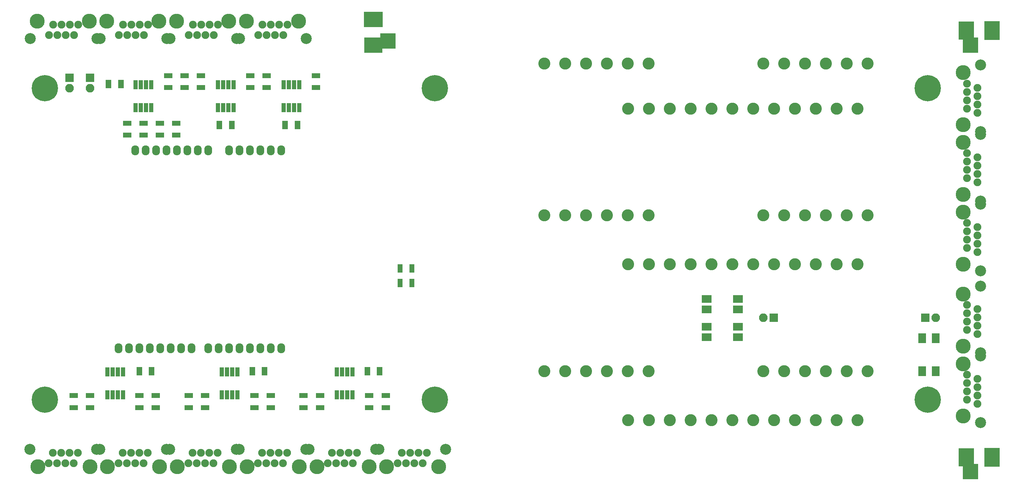
<source format=gbr>
G04 #@! TF.FileFunction,Soldermask,Top*
%FSLAX46Y46*%
G04 Gerber Fmt 4.6, Leading zero omitted, Abs format (unit mm)*
G04 Created by KiCad (PCBNEW 4.0.5-e0-6337~49~ubuntu16.04.1) date Mon Feb 20 15:27:01 2017*
%MOMM*%
%LPD*%
G01*
G04 APERTURE LIST*
%ADD10C,0.100000*%
%ADD11R,2.100000X1.300000*%
%ADD12C,2.686000*%
%ADD13C,1.901140*%
%ADD14C,3.651200*%
%ADD15O,1.924000X2.432000*%
%ADD16C,2.940000*%
%ADD17R,1.400000X2.000000*%
%ADD18R,1.924000X2.432000*%
%ADD19R,1.040000X2.310000*%
%ADD20R,1.300000X2.100000*%
%ADD21R,2.432000X1.924000*%
%ADD22R,2.100000X2.100000*%
%ADD23O,2.100000X2.100000*%
%ADD24R,3.800000X3.800000*%
%ADD25R,4.600000X3.800000*%
%ADD26R,4.400000X3.800000*%
%ADD27R,3.800000X4.600000*%
%ADD28R,3.800000X4.400000*%
%ADD29C,6.400000*%
G04 APERTURE END LIST*
D10*
D11*
X83000000Y-48900000D03*
X83000000Y-46000000D03*
D12*
X256908800Y-76583000D03*
D13*
X253556000Y-64899000D03*
X253556000Y-66931000D03*
X253556000Y-68963000D03*
X253556000Y-70995000D03*
X256096000Y-67947000D03*
X256096000Y-69979000D03*
X256096000Y-65915000D03*
X256096000Y-72011000D03*
D14*
X252667000Y-62232000D03*
X252667000Y-74932000D03*
D12*
X256908800Y-60327000D03*
X256908800Y-113583000D03*
D13*
X253556000Y-101899000D03*
X253556000Y-103931000D03*
X253556000Y-105963000D03*
X253556000Y-107995000D03*
X256096000Y-104947000D03*
X256096000Y-106979000D03*
X256096000Y-102915000D03*
X256096000Y-109011000D03*
D14*
X252667000Y-99232000D03*
X252667000Y-111932000D03*
D12*
X256908800Y-97327000D03*
X76417000Y-36908800D03*
D13*
X88101000Y-33556000D03*
X86069000Y-33556000D03*
X84037000Y-33556000D03*
X82005000Y-33556000D03*
X85053000Y-36096000D03*
X83021000Y-36096000D03*
X87085000Y-36096000D03*
X80989000Y-36096000D03*
D14*
X90768000Y-32667000D03*
X78068000Y-32667000D03*
D12*
X92673000Y-36908800D03*
X92583000Y-137091200D03*
D13*
X80899000Y-140444000D03*
X82931000Y-140444000D03*
X84963000Y-140444000D03*
X86995000Y-140444000D03*
X83947000Y-137904000D03*
X85979000Y-137904000D03*
X81915000Y-137904000D03*
X88011000Y-137904000D03*
D14*
X78232000Y-141333000D03*
X90932000Y-141333000D03*
D12*
X76327000Y-137091200D03*
X41583000Y-137091200D03*
D13*
X29899000Y-140444000D03*
X31931000Y-140444000D03*
X33963000Y-140444000D03*
X35995000Y-140444000D03*
X32947000Y-137904000D03*
X34979000Y-137904000D03*
X30915000Y-137904000D03*
X37011000Y-137904000D03*
D14*
X27232000Y-141333000D03*
X39932000Y-141333000D03*
D12*
X25327000Y-137091200D03*
X58583000Y-137091200D03*
D13*
X46899000Y-140444000D03*
X48931000Y-140444000D03*
X50963000Y-140444000D03*
X52995000Y-140444000D03*
X49947000Y-137904000D03*
X51979000Y-137904000D03*
X47915000Y-137904000D03*
X54011000Y-137904000D03*
D14*
X44232000Y-141333000D03*
X56932000Y-141333000D03*
D12*
X42327000Y-137091200D03*
D15*
X50940000Y-64200000D03*
X53480000Y-64200000D03*
X56020000Y-64200000D03*
X58560000Y-64200000D03*
X61100000Y-64200000D03*
X63640000Y-64200000D03*
X66180000Y-64200000D03*
X68720000Y-64200000D03*
X73800000Y-64200000D03*
X76340000Y-64200000D03*
X78880000Y-64200000D03*
X81420000Y-64200000D03*
X83960000Y-64200000D03*
X86500000Y-64200000D03*
X86500000Y-112460000D03*
X83960000Y-112460000D03*
X81420000Y-112460000D03*
X78880000Y-112460000D03*
X76340000Y-112460000D03*
X73800000Y-112460000D03*
X71260000Y-112460000D03*
X68720000Y-112460000D03*
X64656000Y-112460000D03*
X62116000Y-112460000D03*
X59576000Y-112460000D03*
X57036000Y-112460000D03*
X54496000Y-112460000D03*
X51956000Y-112460000D03*
X49416000Y-112460000D03*
X46876000Y-112460000D03*
D16*
X229370000Y-118000000D03*
X224290000Y-118000000D03*
X219210000Y-118000000D03*
X214130000Y-118000000D03*
X209050000Y-118000000D03*
X203970000Y-118000000D03*
X176030000Y-118000000D03*
X170950000Y-118000000D03*
X165870000Y-118000000D03*
X160790000Y-118000000D03*
X155710000Y-118000000D03*
X150630000Y-118000000D03*
D17*
X52000000Y-118000000D03*
X55000000Y-118000000D03*
X79500000Y-118000000D03*
X82500000Y-118000000D03*
X107500000Y-118000000D03*
X110500000Y-118000000D03*
X74500000Y-58000000D03*
X71500000Y-58000000D03*
X90500000Y-58000000D03*
X87500000Y-58000000D03*
X44500000Y-48000000D03*
X47500000Y-48000000D03*
D18*
X242698000Y-110000000D03*
X246000000Y-110000000D03*
D16*
X226940000Y-54000000D03*
X221860000Y-54000000D03*
X216780000Y-54000000D03*
X211700000Y-54000000D03*
X206620000Y-54000000D03*
X201540000Y-54000000D03*
X196460000Y-54000000D03*
X191380000Y-54000000D03*
X186300000Y-54000000D03*
X181220000Y-54000000D03*
X176140000Y-54000000D03*
X171060000Y-54000000D03*
X226940000Y-92000000D03*
X221860000Y-92000000D03*
X216780000Y-92000000D03*
X211700000Y-92000000D03*
X206620000Y-92000000D03*
X201540000Y-92000000D03*
X196460000Y-92000000D03*
X191380000Y-92000000D03*
X186300000Y-92000000D03*
X181220000Y-92000000D03*
X176140000Y-92000000D03*
X171060000Y-92000000D03*
X226940000Y-130000000D03*
X221860000Y-130000000D03*
X216780000Y-130000000D03*
X211700000Y-130000000D03*
X206620000Y-130000000D03*
X201540000Y-130000000D03*
X196460000Y-130000000D03*
X191380000Y-130000000D03*
X186300000Y-130000000D03*
X181220000Y-130000000D03*
X176140000Y-130000000D03*
X171060000Y-130000000D03*
D19*
X90905000Y-48210000D03*
X89635000Y-48210000D03*
X88365000Y-48210000D03*
X87095000Y-48210000D03*
X87095000Y-53790000D03*
X88365000Y-53790000D03*
X89635000Y-53790000D03*
X90905000Y-53790000D03*
X74905000Y-48210000D03*
X73635000Y-48210000D03*
X72365000Y-48210000D03*
X71095000Y-48210000D03*
X71095000Y-53790000D03*
X72365000Y-53790000D03*
X73635000Y-53790000D03*
X74905000Y-53790000D03*
X51095000Y-53790000D03*
X52365000Y-53790000D03*
X53635000Y-53790000D03*
X54905000Y-53790000D03*
X54905000Y-48210000D03*
X53635000Y-48210000D03*
X52365000Y-48210000D03*
X51095000Y-48210000D03*
X44190000Y-123790000D03*
X45460000Y-123790000D03*
X46730000Y-123790000D03*
X48000000Y-123790000D03*
X48000000Y-118210000D03*
X46730000Y-118210000D03*
X45460000Y-118210000D03*
X44190000Y-118210000D03*
X72095000Y-123790000D03*
X73365000Y-123790000D03*
X74635000Y-123790000D03*
X75905000Y-123790000D03*
X75905000Y-118210000D03*
X74635000Y-118210000D03*
X73365000Y-118210000D03*
X72095000Y-118210000D03*
X100095000Y-123790000D03*
X101365000Y-123790000D03*
X102635000Y-123790000D03*
X103905000Y-123790000D03*
X103905000Y-118210000D03*
X102635000Y-118210000D03*
X101365000Y-118210000D03*
X100095000Y-118210000D03*
D11*
X36000000Y-124000000D03*
X36000000Y-126900000D03*
X40000000Y-124000000D03*
X40000000Y-126900000D03*
X52000000Y-124000000D03*
X52000000Y-126900000D03*
X56000000Y-124000000D03*
X56000000Y-126900000D03*
X64000000Y-124000000D03*
X64000000Y-126900000D03*
X68000000Y-124000000D03*
X68000000Y-126900000D03*
X80000000Y-124000000D03*
X80000000Y-126900000D03*
X84000000Y-124000000D03*
X84000000Y-126900000D03*
X92000000Y-124000000D03*
X92000000Y-126900000D03*
X96000000Y-124000000D03*
X96000000Y-126900000D03*
X108000000Y-124000000D03*
X108000000Y-126900000D03*
X112000000Y-124000000D03*
X112000000Y-126900000D03*
D20*
X118400000Y-96500000D03*
X115500000Y-96500000D03*
D11*
X59000000Y-48900000D03*
X59000000Y-46000000D03*
X67000000Y-48900000D03*
X67000000Y-46000000D03*
X63000000Y-48900000D03*
X63000000Y-46000000D03*
X79000000Y-48900000D03*
X79000000Y-46000000D03*
X95000000Y-48900000D03*
X95000000Y-46000000D03*
X49000000Y-57550000D03*
X49000000Y-60450000D03*
X53000000Y-57550000D03*
X53000000Y-60450000D03*
X57000000Y-57550000D03*
X57000000Y-60450000D03*
X61000000Y-57550000D03*
X61000000Y-60450000D03*
D20*
X118400000Y-93000000D03*
X115500000Y-93000000D03*
D21*
X190190000Y-107190000D03*
X190190000Y-109730000D03*
X197810000Y-109730000D03*
X197810000Y-107190000D03*
D16*
X229370000Y-43000000D03*
X224290000Y-43000000D03*
X219210000Y-43000000D03*
X214130000Y-43000000D03*
X209050000Y-43000000D03*
X203970000Y-43000000D03*
X176030000Y-43000000D03*
X170950000Y-43000000D03*
X165870000Y-43000000D03*
X160790000Y-43000000D03*
X155710000Y-43000000D03*
X150630000Y-43000000D03*
X229370000Y-80000000D03*
X224290000Y-80000000D03*
X219210000Y-80000000D03*
X214130000Y-80000000D03*
X209050000Y-80000000D03*
X203970000Y-80000000D03*
X176030000Y-80000000D03*
X170950000Y-80000000D03*
X165870000Y-80000000D03*
X160790000Y-80000000D03*
X155710000Y-80000000D03*
X150630000Y-80000000D03*
D18*
X242698000Y-118000000D03*
X246000000Y-118000000D03*
D22*
X40000000Y-46460000D03*
D23*
X40000000Y-49000000D03*
D22*
X35000000Y-46460000D03*
D23*
X35000000Y-49000000D03*
D22*
X243460000Y-105000000D03*
D23*
X246000000Y-105000000D03*
D22*
X206540000Y-105000000D03*
D23*
X204000000Y-105000000D03*
D24*
X112500000Y-37500000D03*
D25*
X109000000Y-32300000D03*
D26*
X109000000Y-38500000D03*
D24*
X254450000Y-142500000D03*
D27*
X259650000Y-139000000D03*
D28*
X253450000Y-139000000D03*
D24*
X254450000Y-38500000D03*
D27*
X259650000Y-35000000D03*
D28*
X253450000Y-35000000D03*
D21*
X190190000Y-100390000D03*
X190190000Y-102930000D03*
X197810000Y-102930000D03*
X197810000Y-100390000D03*
D12*
X256908800Y-130583000D03*
D13*
X253556000Y-118899000D03*
X253556000Y-120931000D03*
X253556000Y-122963000D03*
X253556000Y-124995000D03*
X256096000Y-121947000D03*
X256096000Y-123979000D03*
X256096000Y-119915000D03*
X256096000Y-126011000D03*
D14*
X252667000Y-116232000D03*
X252667000Y-128932000D03*
D12*
X256908800Y-114327000D03*
X59417000Y-36908800D03*
D13*
X71101000Y-33556000D03*
X69069000Y-33556000D03*
X67037000Y-33556000D03*
X65005000Y-33556000D03*
X68053000Y-36096000D03*
X66021000Y-36096000D03*
X70085000Y-36096000D03*
X63989000Y-36096000D03*
D14*
X73768000Y-32667000D03*
X61068000Y-32667000D03*
D12*
X75673000Y-36908800D03*
X42417000Y-36908800D03*
D13*
X54101000Y-33556000D03*
X52069000Y-33556000D03*
X50037000Y-33556000D03*
X48005000Y-33556000D03*
X51053000Y-36096000D03*
X49021000Y-36096000D03*
X53085000Y-36096000D03*
X46989000Y-36096000D03*
D14*
X56768000Y-32667000D03*
X44068000Y-32667000D03*
D12*
X58673000Y-36908800D03*
X25417000Y-36908800D03*
D13*
X37101000Y-33556000D03*
X35069000Y-33556000D03*
X33037000Y-33556000D03*
X31005000Y-33556000D03*
X34053000Y-36096000D03*
X32021000Y-36096000D03*
X36085000Y-36096000D03*
X29989000Y-36096000D03*
D14*
X39768000Y-32667000D03*
X27068000Y-32667000D03*
D12*
X41673000Y-36908800D03*
X256908800Y-59583000D03*
D13*
X253556000Y-47899000D03*
X253556000Y-49931000D03*
X253556000Y-51963000D03*
X253556000Y-53995000D03*
X256096000Y-50947000D03*
X256096000Y-52979000D03*
X256096000Y-48915000D03*
X256096000Y-55011000D03*
D14*
X252667000Y-45232000D03*
X252667000Y-57932000D03*
D12*
X256908800Y-43327000D03*
X256908800Y-93583000D03*
D13*
X253556000Y-81899000D03*
X253556000Y-83931000D03*
X253556000Y-85963000D03*
X253556000Y-87995000D03*
X256096000Y-84947000D03*
X256096000Y-86979000D03*
X256096000Y-82915000D03*
X256096000Y-89011000D03*
D14*
X252667000Y-79232000D03*
X252667000Y-91932000D03*
D12*
X256908800Y-77327000D03*
X75583000Y-137091200D03*
D13*
X63899000Y-140444000D03*
X65931000Y-140444000D03*
X67963000Y-140444000D03*
X69995000Y-140444000D03*
X66947000Y-137904000D03*
X68979000Y-137904000D03*
X64915000Y-137904000D03*
X71011000Y-137904000D03*
D14*
X61232000Y-141333000D03*
X73932000Y-141333000D03*
D12*
X59327000Y-137091200D03*
X109583000Y-137091200D03*
D13*
X97899000Y-140444000D03*
X99931000Y-140444000D03*
X101963000Y-140444000D03*
X103995000Y-140444000D03*
X100947000Y-137904000D03*
X102979000Y-137904000D03*
X98915000Y-137904000D03*
X105011000Y-137904000D03*
D14*
X95232000Y-141333000D03*
X107932000Y-141333000D03*
D12*
X93327000Y-137091200D03*
X126583000Y-137091200D03*
D13*
X114899000Y-140444000D03*
X116931000Y-140444000D03*
X118963000Y-140444000D03*
X120995000Y-140444000D03*
X117947000Y-137904000D03*
X119979000Y-137904000D03*
X115915000Y-137904000D03*
X122011000Y-137904000D03*
D14*
X112232000Y-141333000D03*
X124932000Y-141333000D03*
D12*
X110327000Y-137091200D03*
D29*
X29000000Y-125000000D03*
X124000000Y-125000000D03*
X244000000Y-125000000D03*
X244000000Y-49000000D03*
X124000000Y-49000000D03*
X29000000Y-49000000D03*
M02*

</source>
